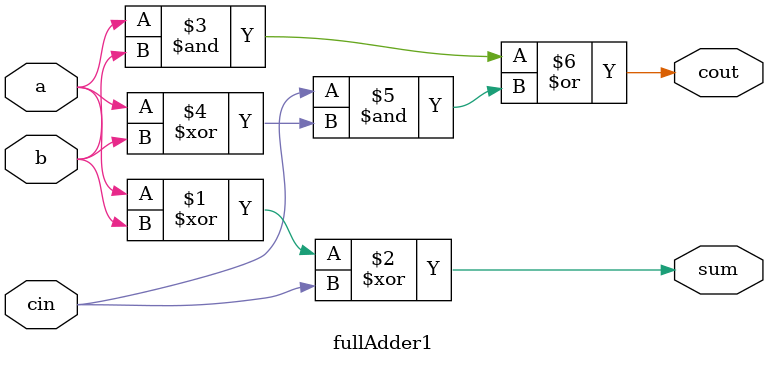
<source format=v>
module multiply32x32 (
	input wire [31:0] a, b,
	output wire [63:0] mul
);

wire [31:0] sum1,  sum2,  sum3,  sum4,  sum5,  sum6,  sum7,  sum8,  sum9,  sum10,
       	    sum11, sum12, sum13, sum14, sum15, sum16, sum17, sum18, sum19, sum20, 
	    sum21, sum22, sum23, sum24, sum25, sum26, sum27, sum28, sum29, sum30, sum31;
wire carry1,  carry2,  carry3,  carry4,  carry5,  carry6,  carry7,  carry8,  carry9,  carry10, 
     carry11, carry12, carry13, carry14, carry15, carry16, carry17, carry18, carry19, carry20, 
     carry21, carry22, carry23, carry24, carry25, carry26, carry27, carry28, carry29, carry30, carry31;

and (mul[0], a[0], b[0]);

fullAdder32b1 fa1 (.sum(sum1), .a0(a[1] & b[0]),   .a1(a[2] & b[0]),   .a2(a[3] & b[0]),   .a3(a[4] & b[0]),   .a4(a[5] & b[0]),   .a5(a[6] & b[0]),   .a6(a[7] & b[0]),   .a7(a[8] & b[0]),
			      .a8(a[9] & b[0]),   .a9(a[10] & b[0]),  .a10(a[11] & b[0]), .a11(a[12] & b[0]), .a12(a[13] & b[0]), .a13(a[14] & b[0]), .a14(a[15] & b[0]), .a15(a[16] & b[0]),
			      .a16(a[9] & b[0]),  .a17(a[10] & b[0]), .a18(a[11] & b[0]), .a19(a[12] & b[0]), .a20(a[13] & b[0]), .a21(a[14] & b[0]), .a22(a[15] & b[0]), .a23(a[16] & b[0]),
	                      .a24(a[25] & b[0]), .a25(a[26] & b[0]), .a26(a[27] & b[0]), .a27(a[28] & b[0]), .a28(a[29] & b[0]), .a29(a[30] & b[0]), .a30(a[31] & b[0]), .a31(1'b0),
			  
			      .b0(a[0] & b[1]),   .b1(a[1] & b[1]),   .b2(a[2] & b[1]),   .b3(a[3] & b[1]),   .b4(a[4] & b[1]),   .b5(a[5] & b[1]),   .b6(a[6] & b[1]),   .b7(a[7] & b[1]),
			      .b8(a[8] & b[1]),   .b9(a[9] & b[1]),   .b10(a[10] & b[1]), .b11(a[12] & b[1]), .b12(a[12] & b[1]), .b13(a[13] & b[1]), .b14(a[14] & b[1]), .b15(a[15] & b[1]),
			      .b16(a[16] & b[1]), .b17(a[17] & b[1]), .b18(a[18] & b[1]), .b19(a[19] & b[1]), .b20(a[20] & b[1]), .b21(a[21] & b[1]), .b22(a[22] & b[1]), .b23(a[23] & b[1]),
	                      .b24(a[24] & b[1]), .b25(a[25] & b[1]), .b26(a[26] & b[1]), .b27(a[27] & b[1]), .b28(a[28] & b[1]), .b29(a[29] & b[1]), .b30(a[30] & b[1]), .b31(a[31] & b[1]),	  
	          .cin(1'b0), .cout(carry1));

fullAdder32b1 fa2 (.sum(sum2), .a0(sum1[1]),   .a1(sum1[2]),   .a2(sum1[3]),   .a3(sum1[4]),   .a4(sum1[5]),   .a5(sum1[6]),   .a6(sum1[7]),   .a7(sum1[8]),   .a8(sum1[9]),   .a9(sum1[10]),  .a10(sum1[11]), 
		              .a11(sum1[12]), .a12(sum1[13]), .a13(sum1[14]), .a14(sum1[15]), .a15(sum1[16]), .a16(sum1[17]), .a17(sum1[18]), .a18(sum1[19]), .a19(sum1[20]), .a20(sum1[21]), .a21(sum1[22]),
			      .a22(sum1[23]), .a23(sum1[24]), .a24(sum1[25]), .a25(sum1[26]), .a26(sum1[27]), .a27(sum1[28]), .a28(sum1[29]), .a29(sum1[30]), .a30(sum1[31]), .a31(carry1), 

			      .b0(a[0] & b[2]),   .b1(a[1] & b[2]),   .b2(a[2] & b[2]),   .b3(a[3] & b[2]),   .b4(a[4] & b[2]),   .b5(a[5] & b[2]),   .b6(a[6] & b[2]),   .b7(a[7] & b[2]),
			      .b8(a[8] & b[2]),   .b9(a[9] & b[2]),   .b10(a[10] & b[2]), .b11(a[12] & b[2]), .b12(a[12] & b[2]), .b13(a[13] & b[2]), .b14(a[14] & b[2]), .b15(a[15] & b[2]),
			      .b16(a[16] & b[2]), .b17(a[17] & b[2]), .b18(a[18] & b[2]), .b19(a[19] & b[2]), .b20(a[20] & b[2]), .b21(a[21] & b[2]), .b22(a[22] & b[2]), .b23(a[23] & b[2]),
	                      .b24(a[24] & b[2]), .b25(a[25] & b[2]), .b26(a[26] & b[2]), .b27(a[27] & b[2]), .b28(a[28] & b[2]), .b29(a[29] & b[2]), .b30(a[30] & b[2]), .b31(a[31] & b[2]),	  
	          .cin(1'b0), .cout(carry2));


fullAdder32b1 fa3 (.sum(sum3), .a0(sum2[1]),   .a1(sum2[2]),   .a2(sum2[3]),   .a3(sum2[4]),   .a4(sum2[5]),   .a5(sum2[6]),   .a6(sum2[7]),   .a7(sum2[8]),   .a8(sum2[9]),   .a9(sum2[10]),  .a10(sum2[11]), 
		              .a11(sum2[12]), .a12(sum2[13]), .a13(sum2[14]), .a14(sum2[15]), .a15(sum2[16]), .a16(sum2[17]), .a17(sum2[18]), .a18(sum2[19]), .a19(sum2[20]), .a20(sum2[21]), .a21(sum2[22]),
			      .a22(sum2[23]), .a23(sum2[24]), .a24(sum2[25]), .a25(sum2[26]), .a26(sum2[27]), .a27(sum2[28]), .a28(sum2[29]), .a29(sum2[30]), .a30(sum2[31]), .a31(carry2), 

			      .b0(a[0] & b[3]),   .b1(a[1] & b[3]),   .b2(a[2] & b[3]),   .b3(a[3] & b[3]),   .b4(a[4] & b[3]),   .b5(a[5] & b[3]),   .b6(a[6] & b[3]),   .b7(a[7] & b[3]),
			      .b8(a[8] & b[3]),   .b9(a[9] & b[3]),   .b10(a[10] & b[3]), .b11(a[12] & b[3]), .b12(a[12] & b[3]), .b13(a[13] & b[3]), .b14(a[14] & b[3]), .b15(a[15] & b[3]),
			      .b16(a[16] & b[3]), .b17(a[17] & b[3]), .b18(a[18] & b[3]), .b19(a[19] & b[3]), .b20(a[20] & b[3]), .b21(a[21] & b[3]), .b22(a[22] & b[3]), .b23(a[23] & b[3]),
	                      .b24(a[24] & b[3]), .b25(a[25] & b[3]), .b26(a[26] & b[3]), .b27(a[27] & b[3]), .b28(a[28] & b[3]), .b29(a[29] & b[3]), .b30(a[30] & b[3]), .b31(a[31] & b[3]),	  
	          .cin(1'b0), .cout(carry3));

fullAdder32b1 fa4 (.sum(sum4), .a0(sum3[1]),   .a1(sum3[2]),   .a2(sum3[3]),   .a3(sum3[4]),   .a4(sum3[5]),   .a5(sum3[6]),   .a6(sum3[7]),   .a7(sum3[8]),   .a8(sum3[9]),   .a9(sum3[10]),  .a10(sum3[11]), 
		              .a11(sum3[12]), .a12(sum3[13]), .a13(sum3[14]), .a14(sum3[15]), .a15(sum3[16]), .a16(sum3[17]), .a17(sum3[18]), .a18(sum3[19]), .a19(sum3[20]), .a20(sum3[21]), .a21(sum3[22]),
			      .a22(sum3[23]), .a23(sum3[24]), .a24(sum3[25]), .a25(sum3[26]), .a26(sum3[27]), .a27(sum3[28]), .a28(sum3[29]), .a29(sum3[30]), .a30(sum3[31]), .a31(carry3), 

			      .b0(a[0] & b[4]),   .b1(a[1] & b[4]),   .b2(a[2] & b[4]),   .b3(a[3] & b[4]),   .b4(a[4] & b[4]),   .b5(a[5] & b[4]),   .b6(a[6] & b[4]),   .b7(a[7] & b[4]),
			      .b8(a[8] & b[4]),   .b9(a[9] & b[4]),   .b10(a[10] & b[4]), .b11(a[12] & b[4]), .b12(a[12] & b[4]), .b13(a[13] & b[4]), .b14(a[14] & b[4]), .b15(a[15] & b[4]),
			      .b16(a[16] & b[4]), .b17(a[17] & b[4]), .b18(a[18] & b[4]), .b19(a[19] & b[4]), .b20(a[20] & b[4]), .b21(a[21] & b[4]), .b22(a[22] & b[4]), .b23(a[23] & b[4]),
	                      .b24(a[24] & b[4]), .b25(a[25] & b[4]), .b26(a[26] & b[4]), .b27(a[27] & b[4]), .b28(a[28] & b[4]), .b29(a[29] & b[4]), .b30(a[30] & b[4]), .b31(a[31] & b[4]),	  
	          .cin(1'b0), .cout(carry4));

fullAdder32b1 fa5 (.sum(sum5), .a0(sum4[1]),   .a1(sum4[2]),   .a2(sum4[3]),   .a3(sum4[4]),   .a4(sum4[5]),   .a5(sum4[6]),   .a6(sum4[7]),   .a7(sum4[8]),   .a8(sum4[9]),   .a9(sum4[10]),  .a10(sum4[11]), 
		              .a11(sum4[12]), .a12(sum4[13]), .a13(sum4[14]), .a14(sum4[15]), .a15(sum4[16]), .a16(sum4[17]), .a17(sum4[18]), .a18(sum4[19]), .a19(sum4[20]), .a20(sum4[21]), .a21(sum4[22]),
			      .a22(sum4[23]), .a23(sum4[24]), .a24(sum4[25]), .a25(sum4[26]), .a26(sum4[27]), .a27(sum4[28]), .a28(sum4[29]), .a29(sum4[30]), .a30(sum4[31]), .a31(carry4), 

			      .b0(a[0] & b[5]),   .b1(a[1] & b[5]),   .b2(a[2] & b[5]),   .b3(a[3] & b[5]),   .b4(a[4] & b[5]),   .b5(a[5] & b[5]),   .b6(a[6] & b[5]),   .b7(a[7] & b[5]),
			      .b8(a[8] & b[5]),   .b9(a[9] & b[5]),   .b10(a[10] & b[5]), .b11(a[12] & b[5]), .b12(a[12] & b[5]), .b13(a[13] & b[5]), .b14(a[14] & b[5]), .b15(a[15] & b[5]),
			      .b16(a[16] & b[5]), .b17(a[17] & b[5]), .b18(a[18] & b[5]), .b19(a[19] & b[5]), .b20(a[20] & b[5]), .b21(a[21] & b[5]), .b22(a[22] & b[5]), .b23(a[23] & b[5]),
	                      .b24(a[24] & b[5]), .b25(a[25] & b[5]), .b26(a[26] & b[5]), .b27(a[27] & b[5]), .b28(a[28] & b[5]), .b29(a[29] & b[5]), .b30(a[30] & b[5]), .b31(a[31] & b[5]),	  
	          .cin(1'b0), .cout(carry5));

fullAdder32b1 fa6 (.sum(sum6), .a0(sum5[1]),   .a1(sum5[2]),   .a2(sum5[3]),   .a3(sum5[4]),   .a4(sum5[5]),   .a5(sum5[6]),   .a6(sum5[7]),   .a7(sum5[8]),   .a8(sum5[9]),   .a9(sum5[10]),  .a10(sum5[11]), 
		              .a11(sum5[12]), .a12(sum5[13]), .a13(sum5[14]), .a14(sum5[15]), .a15(sum5[16]), .a16(sum5[17]), .a17(sum5[18]), .a18(sum5[19]), .a19(sum5[20]), .a20(sum5[21]), .a21(sum5[22]),
			      .a22(sum5[23]), .a23(sum5[24]), .a24(sum5[25]), .a25(sum5[26]), .a26(sum5[27]), .a27(sum5[28]), .a28(sum5[29]), .a29(sum5[30]), .a30(sum5[31]), .a31(carry5), 

			      .b0(a[0] & b[6]),   .b1(a[1] & b[6]),   .b2(a[2] & b[6]),   .b3(a[3] & b[6]),   .b4(a[4] & b[6]),   .b5(a[5] & b[6]),   .b6(a[6] & b[6]),   .b7(a[7] & b[6]),
			      .b8(a[8] & b[6]),   .b9(a[9] & b[6]),   .b10(a[10] & b[6]), .b11(a[12] & b[6]), .b12(a[12] & b[6]), .b13(a[13] & b[6]), .b14(a[14] & b[6]), .b15(a[15] & b[6]),
			      .b16(a[16] & b[6]), .b17(a[17] & b[6]), .b18(a[18] & b[6]), .b19(a[19] & b[6]), .b20(a[20] & b[6]), .b21(a[21] & b[6]), .b22(a[22] & b[6]), .b23(a[23] & b[6]),
	                      .b24(a[24] & b[6]), .b25(a[25] & b[6]), .b26(a[26] & b[6]), .b27(a[27] & b[6]), .b28(a[28] & b[6]), .b29(a[29] & b[6]), .b30(a[30] & b[6]), .b31(a[31] & b[6]),	  
	          .cin(1'b0), .cout(carry6));

fullAdder32b1 fa7 (.sum(sum7), .a0(sum6[1]),   .a1(sum6[2]),   .a2(sum6[3]),   .a3(sum6[4]),   .a4(sum6[5]),   .a5(sum6[6]),   .a6(sum6[7]),   .a7(sum6[8]),   .a8(sum6[9]),   .a9(sum6[10]),  .a10(sum6[11]), 
		              .a11(sum6[12]), .a12(sum6[13]), .a13(sum6[14]), .a14(sum6[15]), .a15(sum6[16]), .a16(sum6[17]), .a17(sum6[18]), .a18(sum6[19]), .a19(sum6[20]), .a20(sum6[21]), .a21(sum6[22]),
			      .a22(sum6[23]), .a23(sum6[24]), .a24(sum6[25]), .a25(sum6[26]), .a26(sum6[27]), .a27(sum6[28]), .a28(sum6[29]), .a29(sum6[30]), .a30(sum6[31]), .a31(carry6), 

			      .b0(a[0] & b[7]),   .b1(a[1] & b[7]),   .b2(a[2] & b[7]),   .b3(a[3] & b[7]),   .b4(a[4] & b[7]),   .b5(a[5] & b[7]),   .b6(a[6] & b[7]),   .b7(a[7] & b[7]),
			      .b8(a[8] & b[7]),   .b9(a[9] & b[7]),   .b10(a[10] & b[7]), .b11(a[12] & b[7]), .b12(a[12] & b[7]), .b13(a[13] & b[7]), .b14(a[14] & b[7]), .b15(a[15] & b[7]),
			      .b16(a[16] & b[7]), .b17(a[17] & b[7]), .b18(a[18] & b[7]), .b19(a[19] & b[7]), .b20(a[20] & b[7]), .b21(a[21] & b[7]), .b22(a[22] & b[7]), .b23(a[23] & b[7]),
	                      .b24(a[24] & b[7]), .b25(a[25] & b[7]), .b26(a[26] & b[7]), .b27(a[27] & b[7]), .b28(a[28] & b[7]), .b29(a[29] & b[7]), .b30(a[30] & b[7]), .b31(a[31] & b[7]),	  
	          .cin(1'b0), .cout(carry7));

fullAdder32b1 fa8 (.sum(sum8), .a0(sum7[1]),   .a1(sum7[2]),   .a2(sum7[3]),   .a3(sum7[4]),   .a4(sum7[5]),   .a5(sum7[6]),   .a6(sum7[7]),   .a7(sum7[8]),   .a8(sum7[9]),   .a9(sum7[10]),  .a10(sum7[11]), 
		              .a11(sum7[12]), .a12(sum7[13]), .a13(sum7[14]), .a14(sum7[15]), .a15(sum7[16]), .a16(sum7[17]), .a17(sum7[18]), .a18(sum7[19]), .a19(sum7[20]), .a20(sum7[21]), .a21(sum7[22]),
			      .a22(sum7[23]), .a23(sum7[24]), .a24(sum7[25]), .a25(sum7[26]), .a26(sum7[27]), .a27(sum7[28]), .a28(sum7[29]), .a29(sum7[30]), .a30(sum7[31]), .a31(carry7), 

			      .b0(a[0] & b[8]),   .b1(a[1] & b[8]),   .b2(a[2] & b[8]),   .b3(a[3] & b[8]),   .b4(a[4] & b[8]),   .b5(a[5] & b[8]),   .b6(a[6] & b[8]),   .b7(a[7] & b[8]),
			      .b8(a[8] & b[8]),   .b9(a[9] & b[8]),   .b10(a[10] & b[8]), .b11(a[12] & b[8]), .b12(a[12] & b[8]), .b13(a[13] & b[8]), .b14(a[14] & b[8]), .b15(a[15] & b[8]),
			      .b16(a[16] & b[8]), .b17(a[17] & b[8]), .b18(a[18] & b[8]), .b19(a[19] & b[8]), .b20(a[20] & b[8]), .b21(a[21] & b[8]), .b22(a[22] & b[8]), .b23(a[23] & b[8]),
	                      .b24(a[24] & b[8]), .b25(a[25] & b[8]), .b26(a[26] & b[8]), .b27(a[27] & b[8]), .b28(a[28] & b[8]), .b29(a[29] & b[8]), .b30(a[30] & b[8]), .b31(a[31] & b[8]),	  
	          .cin(1'b0), .cout(carry8));

fullAdder32b1 fa9 (.sum(sum9), .a0(sum8[1]),   .a1(sum8[2]),   .a2(sum8[3]),   .a3(sum8[4]),   .a4(sum8[5]),   .a5(sum8[6]),   .a6(sum8[7]),   .a7(sum8[8]),   .a8(sum8[9]),   .a9(sum8[10]),  .a10(sum8[11]), 
		              .a11(sum8[12]), .a12(sum8[13]), .a13(sum8[14]), .a14(sum8[15]), .a15(sum8[16]), .a16(sum8[17]), .a17(sum8[18]), .a18(sum8[19]), .a19(sum8[20]), .a20(sum8[21]), .a21(sum8[22]),
			      .a22(sum8[23]), .a23(sum8[24]), .a24(sum8[25]), .a25(sum8[26]), .a26(sum8[27]), .a27(sum8[28]), .a28(sum8[29]), .a29(sum8[30]), .a30(sum8[31]), .a31(carry8), 

			      .b0(a[0] & b[9]),   .b1(a[1] & b[9]),   .b2(a[2] & b[9]),   .b3(a[3] & b[9]),   .b4(a[4] & b[9]),   .b5(a[5] & b[9]),   .b6(a[6] & b[9]),   .b7(a[7] & b[9]),
			      .b8(a[8] & b[9]),   .b9(a[9] & b[9]),   .b10(a[10] & b[9]), .b11(a[12] & b[9]), .b12(a[12] & b[9]), .b13(a[13] & b[9]), .b14(a[14] & b[9]), .b15(a[15] & b[9]),
			      .b16(a[16] & b[9]), .b17(a[17] & b[9]), .b18(a[18] & b[9]), .b19(a[19] & b[9]), .b20(a[20] & b[9]), .b21(a[21] & b[9]), .b22(a[22] & b[9]), .b23(a[23] & b[9]),
	                      .b24(a[24] & b[9]), .b25(a[25] & b[9]), .b26(a[26] & b[9]), .b27(a[27] & b[9]), .b28(a[28] & b[9]), .b29(a[29] & b[9]), .b30(a[30] & b[9]), .b31(a[31] & b[9]),	  
	          .cin(1'b0), .cout(carry9));

fullAdder32b1 fa10 (.sum(sum10), .a0(sum9[1]),   .a1(sum9[2]),   .a2(sum9[3]),   .a3(sum9[4]),   .a4(sum9[5]),   .a5(sum9[6]),   .a6(sum9[7]),   .a7(sum9[8]),   .a8(sum9[9]),   .a9(sum9[10]),  .a10(sum9[11]), 
		                .a11(sum9[12]), .a12(sum9[13]), .a13(sum9[14]), .a14(sum9[15]), .a15(sum9[16]), .a16(sum9[17]), .a17(sum9[18]), .a18(sum9[19]), .a19(sum9[20]), .a20(sum9[21]), .a21(sum9[22]),
			        .a22(sum9[23]), .a23(sum9[24]), .a24(sum9[25]), .a25(sum9[26]), .a26(sum9[27]), .a27(sum9[28]), .a28(sum9[29]), .a29(sum9[30]), .a30(sum9[31]), .a31(carry9), 

			        .b0(a[0] & b[10]),   .b1(a[1] & b[10]),   .b2(a[2] & b[10]),   .b3(a[3] & b[10]),   .b4(a[4] & b[10]),   .b5(a[5] & b[10]),   .b6(a[6] & b[10]),   .b7(a[7] & b[10]),
			        .b8(a[8] & b[10]),   .b9(a[9] & b[10]),   .b10(a[10] & b[10]), .b11(a[12] & b[10]), .b12(a[12] & b[10]), .b13(a[13] & b[10]), .b14(a[14] & b[10]), .b15(a[15] & b[10]),
			        .b16(a[16] & b[10]), .b17(a[17] & b[10]), .b18(a[18] & b[10]), .b19(a[19] & b[10]), .b20(a[20] & b[10]), .b21(a[21] & b[10]), .b22(a[22] & b[10]), .b23(a[23] & b[10]),
	                        .b24(a[24] & b[10]), .b25(a[25] & b[10]), .b26(a[26] & b[10]), .b27(a[27] & b[10]), .b28(a[28] & b[10]), .b29(a[29] & b[10]), .b30(a[30] & b[10]), .b31(a[31] & b[10]),	  
	          .cin(1'b0), .cout(carry10));

fullAdder32b1 fa11 (.sum(sum11), .a0(sum10[1]),   .a1(sum10[2]),   .a2(sum10[3]),   .a3(sum10[4]),   .a4(sum10[5]),   .a5(sum10[6]),   .a6(sum10[7]),   .a7(sum10[8]),   .a8(sum10[9]),   .a9(sum10[10]),  .a10(sum10[11]), 
		                .a11(sum10[12]), .a12(sum10[13]), .a13(sum10[14]), .a14(sum10[15]), .a15(sum10[16]), .a16(sum10[17]), .a17(sum10[18]), .a18(sum10[19]), .a19(sum10[20]), .a20(sum10[21]), .a21(sum10[22]),
			        .a22(sum10[23]), .a23(sum10[24]), .a24(sum10[25]), .a25(sum10[26]), .a26(sum10[27]), .a27(sum10[28]), .a28(sum10[29]), .a29(sum10[30]), .a30(sum10[31]), .a31(carry10), 

			        .b0(a[0] & b[11]),   .b1(a[1] & b[11]),   .b2(a[2] & b[11]),   .b3(a[3] & b[11]),   .b4(a[4] & b[11]),   .b5(a[5] & b[11]),   .b6(a[6] & b[11]),   .b7(a[7] & b[11]),
			        .b8(a[8] & b[11]),   .b9(a[9] & b[11]),   .b10(a[10] & b[11]), .b11(a[12] & b[11]), .b12(a[12] & b[11]), .b13(a[13] & b[11]), .b14(a[14] & b[11]), .b15(a[15] & b[11]),
			        .b16(a[16] & b[11]), .b17(a[17] & b[11]), .b18(a[18] & b[11]), .b19(a[19] & b[11]), .b20(a[20] & b[11]), .b21(a[21] & b[11]), .b22(a[22] & b[11]), .b23(a[23] & b[11]),
	                        .b24(a[24] & b[11]), .b25(a[25] & b[11]), .b26(a[26] & b[11]), .b27(a[27] & b[11]), .b28(a[28] & b[11]), .b29(a[29] & b[11]), .b30(a[30] & b[11]), .b31(a[31] & b[11]),	  
	          .cin(1'b0), .cout(carry11));

fullAdder32b1 fa12 (.sum(sum12), .a0(sum11[1]),   .a1(sum11[2]),   .a2(sum11[3]),   .a3(sum11[4]),   .a4(sum11[5]),   .a5(sum11[6]),   .a6(sum11[7]),   .a7(sum11[8]),   .a8(sum11[9]),   .a9(sum11[10]),  .a10(sum11[11]), 
		                .a11(sum11[12]), .a12(sum11[13]), .a13(sum11[14]), .a14(sum11[15]), .a15(sum11[16]), .a16(sum11[17]), .a17(sum11[18]), .a18(sum11[19]), .a19(sum11[20]), .a20(sum11[21]), .a21(sum11[22]),
			        .a22(sum11[23]), .a23(sum11[24]), .a24(sum11[25]), .a25(sum11[26]), .a26(sum11[27]), .a27(sum11[28]), .a28(sum11[29]), .a29(sum11[30]), .a30(sum11[31]), .a31(carry11), 

			        .b0(a[0] & b[12]),   .b1(a[1] & b[12]),   .b2(a[2] & b[12]),   .b3(a[3] & b[12]),   .b4(a[4] & b[12]),   .b5(a[5] & b[12]),   .b6(a[6] & b[12]),   .b7(a[7] & b[12]),
			        .b8(a[8] & b[12]),   .b9(a[9] & b[12]),   .b10(a[10] & b[12]), .b11(a[12] & b[12]), .b12(a[12] & b[12]), .b13(a[13] & b[12]), .b14(a[14] & b[12]), .b15(a[15] & b[12]),
			        .b16(a[16] & b[12]), .b17(a[17] & b[12]), .b18(a[18] & b[12]), .b19(a[19] & b[12]), .b20(a[20] & b[12]), .b21(a[21] & b[12]), .b22(a[22] & b[12]), .b23(a[23] & b[12]),
	                        .b24(a[24] & b[12]), .b25(a[25] & b[12]), .b26(a[26] & b[12]), .b27(a[27] & b[12]), .b28(a[28] & b[12]), .b29(a[29] & b[12]), .b30(a[30] & b[12]), .b31(a[31] & b[12]),	  
	          .cin(1'b0), .cout(carry12));

fullAdder32b1 fa13 (.sum(sum13), .a0(sum12[1]),   .a1(sum12[2]),   .a2(sum12[3]),   .a3(sum12[4]),   .a4(sum12[5]),   .a5(sum12[6]),   .a6(sum12[7]),   .a7(sum12[8]),   .a8(sum12[9]),   .a9(sum12[10]),  .a10(sum12[11]), 
		                .a11(sum12[12]), .a12(sum12[13]), .a13(sum12[14]), .a14(sum12[15]), .a15(sum12[16]), .a16(sum12[17]), .a17(sum12[18]), .a18(sum12[19]), .a19(sum12[20]), .a20(sum12[21]), .a21(sum12[22]),
			        .a22(sum12[23]), .a23(sum12[24]), .a24(sum12[25]), .a25(sum12[26]), .a26(sum12[27]), .a27(sum12[28]), .a28(sum12[29]), .a29(sum12[30]), .a30(sum12[31]), .a31(carry12),

			        .b0(a[0] & b[13]),   .b1(a[1] & b[13]),   .b2(a[2] & b[13]),   .b3(a[3] & b[13]),   .b4(a[4] & b[13]),   .b5(a[5] & b[13]),   .b6(a[6] & b[13]),   .b7(a[7] & b[13]),
			        .b8(a[8] & b[13]),   .b9(a[9] & b[13]),   .b10(a[10] & b[13]), .b11(a[12] & b[13]), .b12(a[12] & b[13]), .b13(a[13] & b[13]), .b14(a[14] & b[13]), .b15(a[15] & b[13]),
			        .b16(a[16] & b[13]), .b17(a[17] & b[13]), .b18(a[18] & b[13]), .b19(a[19] & b[13]), .b20(a[20] & b[13]), .b21(a[21] & b[13]), .b22(a[22] & b[13]), .b23(a[23] & b[13]),
	                        .b24(a[24] & b[13]), .b25(a[25] & b[13]), .b26(a[26] & b[13]), .b27(a[27] & b[13]), .b28(a[28] & b[13]), .b29(a[29] & b[13]), .b30(a[30] & b[13]), .b31(a[31] & b[13]),	  
	          .cin(1'b0), .cout(carry13));

fullAdder32b1 fa14 (.sum(sum14), .a0(sum13[1]),   .a1(sum13[2]),   .a2(sum13[3]),   .a3(sum13[4]),   .a4(sum13[5]),   .a5(sum13[6]),   .a6(sum13[7]),   .a7(sum13[8]),   .a8(sum13[9]),   .a9(sum13[10]),  .a10(sum13[11]), 
		                .a11(sum13[12]), .a12(sum13[13]), .a13(sum13[14]), .a14(sum13[15]), .a15(sum13[16]), .a16(sum13[17]), .a17(sum13[18]), .a18(sum13[19]), .a19(sum13[20]), .a20(sum13[21]), .a21(sum13[22]),
			        .a22(sum13[23]), .a23(sum13[24]), .a24(sum13[25]), .a25(sum13[26]), .a26(sum13[27]), .a27(sum13[28]), .a28(sum13[29]), .a29(sum13[30]), .a30(sum13[31]), .a31(carry13), 

			        .b0(a[0] & b[14]),   .b1(a[1] & b[14]),   .b2(a[2] & b[14]),   .b3(a[3] & b[14]),   .b4(a[4] & b[14]),   .b5(a[5] & b[14]),   .b6(a[6] & b[14]),   .b7(a[7] & b[14]),
			        .b8(a[8] & b[14]),   .b9(a[9] & b[14]),   .b10(a[10] & b[14]), .b11(a[12] & b[14]), .b12(a[12] & b[14]), .b13(a[13] & b[14]), .b14(a[14] & b[14]), .b15(a[15] & b[14]),
			        .b16(a[16] & b[14]), .b17(a[17] & b[14]), .b18(a[18] & b[14]), .b19(a[19] & b[14]), .b20(a[20] & b[14]), .b21(a[21] & b[14]), .b22(a[22] & b[14]), .b23(a[23] & b[14]),
	                        .b24(a[24] & b[14]), .b25(a[25] & b[14]), .b26(a[26] & b[14]), .b27(a[27] & b[14]), .b28(a[28] & b[14]), .b29(a[29] & b[14]), .b30(a[30] & b[14]), .b31(a[31] & b[14]),	  
	          .cin(1'b0), .cout(carry14));

fullAdder32b1 fa15 (.sum(sum15), .a0(sum14[1]),   .a1(sum14[2]),   .a2(sum14[3]),   .a3(sum14[4]),   .a4(sum14[5]),   .a5(sum14[6]),   .a6(sum14[7]),   .a7(sum14[8]),   .a8(sum14[9]),   .a9(sum14[10]),  .a10(sum14[11]), 
		                .a11(sum14[12]), .a12(sum14[13]), .a13(sum14[14]), .a14(sum14[15]), .a15(sum14[16]), .a16(sum14[17]), .a17(sum14[18]), .a18(sum14[19]), .a19(sum14[20]), .a20(sum14[21]), .a21(sum14[22]),
			        .a22(sum14[23]), .a23(sum14[24]), .a24(sum14[25]), .a25(sum14[26]), .a26(sum14[27]), .a27(sum14[28]), .a28(sum14[29]), .a29(sum14[30]), .a30(sum14[31]), .a31(carry14), 

			        .b0(a[0] & b[15]),   .b1(a[1] & b[15]),   .b2(a[2] & b[15]),   .b3(a[3] & b[15]),   .b4(a[4] & b[15]),   .b5(a[5] & b[15]),   .b6(a[6] & b[15]),   .b7(a[7] & b[15]),
			        .b8(a[8] & b[15]),   .b9(a[9] & b[15]),   .b10(a[10] & b[15]), .b11(a[12] & b[15]), .b12(a[12] & b[15]), .b13(a[13] & b[15]), .b14(a[14] & b[15]), .b15(a[15] & b[15]),
			        .b16(a[16] & b[15]), .b17(a[17] & b[15]), .b18(a[18] & b[15]), .b19(a[19] & b[15]), .b20(a[20] & b[15]), .b21(a[21] & b[15]), .b22(a[22] & b[15]), .b23(a[23] & b[15]),
	                        .b24(a[24] & b[15]), .b25(a[25] & b[15]), .b26(a[26] & b[15]), .b27(a[27] & b[15]), .b28(a[28] & b[15]), .b29(a[29] & b[15]), .b30(a[30] & b[15]), .b31(a[31] & b[15]),	  
	          .cin(1'b0), .cout(carry15));

fullAdder32b1 fa16 (.sum(sum16), .a0(sum15[1]),   .a1(sum15[2]),   .a2(sum15[3]),   .a3(sum15[4]),   .a4(sum15[5]),   .a5(sum15[6]),   .a6(sum15[7]),   .a7(sum15[8]),   .a8(sum15[9]),   .a9(sum15[10]),  .a10(sum15[11]), 
		                .a11(sum15[12]), .a12(sum15[13]), .a13(sum15[14]), .a14(sum15[15]), .a15(sum15[16]), .a16(sum15[17]), .a17(sum15[18]), .a18(sum15[19]), .a19(sum15[20]), .a20(sum15[21]), .a21(sum15[22]),
			        .a22(sum15[23]), .a23(sum15[24]), .a24(sum15[25]), .a25(sum15[26]), .a26(sum15[27]), .a27(sum15[28]), .a28(sum15[29]), .a29(sum15[30]), .a30(sum15[31]), .a31(carry15), 

			        .b0(a[0] & b[16]),   .b1(a[1] & b[16]),   .b2(a[2] & b[16]),   .b3(a[3] & b[16]),   .b4(a[4] & b[16]),   .b5(a[5] & b[16]),   .b6(a[6] & b[16]),   .b7(a[7] & b[16]),
			        .b8(a[8] & b[16]),   .b9(a[9] & b[16]),   .b10(a[10] & b[16]), .b11(a[12] & b[16]), .b12(a[12] & b[16]), .b13(a[13] & b[16]), .b14(a[14] & b[16]), .b15(a[15] & b[16]),
			        .b16(a[16] & b[16]), .b17(a[17] & b[16]), .b18(a[18] & b[16]), .b19(a[19] & b[16]), .b20(a[20] & b[16]), .b21(a[21] & b[16]), .b22(a[22] & b[16]), .b23(a[23] & b[16]),
	                        .b24(a[24] & b[16]), .b25(a[25] & b[16]), .b26(a[26] & b[16]), .b27(a[27] & b[16]), .b28(a[28] & b[16]), .b29(a[29] & b[16]), .b30(a[30] & b[16]), .b31(a[31] & b[16]),	  
	          .cin(1'b0), .cout(carry16));

fullAdder32b1 fa17 (.sum(sum17), .a0(sum16[1]),   .a1(sum16[2]),   .a2(sum16[3]),   .a3(sum16[4]),   .a4(sum16[5]),   .a5(sum16[6]),   .a6(sum16[7]),   .a7(sum16[8]),   .a8(sum16[9]),   .a9(sum16[10]),  .a10(sum16[11]), 
		                .a11(sum16[12]), .a12(sum16[13]), .a13(sum16[14]), .a14(sum16[15]), .a15(sum16[16]), .a16(sum16[17]), .a17(sum16[18]), .a18(sum16[19]), .a19(sum16[20]), .a20(sum16[21]), .a21(sum16[22]),
			        .a22(sum16[23]), .a23(sum16[24]), .a24(sum16[25]), .a25(sum16[26]), .a26(sum16[27]), .a27(sum16[28]), .a28(sum16[29]), .a29(sum16[30]), .a30(sum16[31]), .a31(carry16), 

			        .b0(a[0] & b[17]),   .b1(a[1] & b[17]),   .b2(a[2] & b[17]),   .b3(a[3] & b[17]),   .b4(a[4] & b[17]),   .b5(a[5] & b[17]),   .b6(a[6] & b[17]),   .b7(a[7] & b[17]),
			        .b8(a[8] & b[17]),   .b9(a[9] & b[17]),   .b10(a[10] & b[17]), .b11(a[12] & b[17]), .b12(a[12] & b[17]), .b13(a[13] & b[17]), .b14(a[14] & b[17]), .b15(a[15] & b[17]),
			        .b16(a[16] & b[17]), .b17(a[17] & b[17]), .b18(a[18] & b[17]), .b19(a[19] & b[17]), .b20(a[20] & b[17]), .b21(a[21] & b[17]), .b22(a[22] & b[17]), .b23(a[23] & b[17]),
	                        .b24(a[24] & b[17]), .b25(a[25] & b[17]), .b26(a[26] & b[17]), .b27(a[27] & b[17]), .b28(a[28] & b[17]), .b29(a[29] & b[17]), .b30(a[30] & b[17]), .b31(a[31] & b[17]),	  
	          .cin(1'b0), .cout(carry17));

fullAdder32b1 fa18 (.sum(sum18), .a0(sum17[1]),   .a1(sum17[2]),   .a2(sum17[3]),   .a3(sum17[4]),   .a4(sum17[5]),   .a5(sum17[6]),   .a6(sum17[7]),   .a7(sum17[8]),   .a8(sum17[9]),   .a9(sum17[10]),  .a10(sum17[11]), 
		                .a11(sum17[12]), .a12(sum17[13]), .a13(sum17[14]), .a14(sum17[15]), .a15(sum17[16]), .a16(sum17[17]), .a17(sum17[18]), .a18(sum17[19]), .a19(sum17[20]), .a20(sum17[21]), .a21(sum17[22]),
			        .a22(sum17[23]), .a23(sum17[24]), .a24(sum17[25]), .a25(sum17[26]), .a26(sum17[27]), .a27(sum17[28]), .a28(sum17[29]), .a29(sum17[30]), .a30(sum17[31]), .a31(carry17), 

			        .b0(a[0] & b[18]),   .b1(a[1] & b[18]),   .b2(a[2] & b[18]),   .b3(a[3] & b[18]),   .b4(a[4] & b[18]),   .b5(a[5] & b[18]),   .b6(a[6] & b[18]),   .b7(a[7] & b[18]),
			        .b8(a[8] & b[18]),   .b9(a[9] & b[18]),   .b10(a[10] & b[18]), .b11(a[12] & b[18]), .b12(a[12] & b[18]), .b13(a[13] & b[18]), .b14(a[14] & b[18]), .b15(a[15] & b[18]),
			        .b16(a[16] & b[18]), .b17(a[17] & b[18]), .b18(a[18] & b[18]), .b19(a[19] & b[18]), .b20(a[20] & b[18]), .b21(a[21] & b[18]), .b22(a[22] & b[18]), .b23(a[23] & b[18]),
	                        .b24(a[24] & b[18]), .b25(a[25] & b[18]), .b26(a[26] & b[18]), .b27(a[27] & b[18]), .b28(a[28] & b[18]), .b29(a[29] & b[18]), .b30(a[30] & b[18]), .b31(a[31] & b[18]),	  
	          .cin(1'b0), .cout(carry18));

fullAdder32b1 fa19 (.sum(sum19), .a0(sum18[1]),   .a1(sum18[2]),   .a2(sum18[3]),   .a3(sum18[4]),   .a4(sum18[5]),   .a5(sum18[6]),   .a6(sum18[7]),   .a7(sum18[8]),   .a8(sum18[9]),   .a9(sum18[10]),  .a10(sum18[11]), 
		                .a11(sum18[12]), .a12(sum18[13]), .a13(sum18[14]), .a14(sum18[15]), .a15(sum18[16]), .a16(sum18[17]), .a17(sum18[18]), .a18(sum18[19]), .a19(sum18[20]), .a20(sum18[21]), .a21(sum18[22]),
			        .a22(sum18[23]), .a23(sum18[24]), .a24(sum18[25]), .a25(sum18[26]), .a26(sum18[27]), .a27(sum18[28]), .a28(sum18[29]), .a29(sum18[30]), .a30(sum18[31]), .a31(carry18), 

			        .b0(a[0] & b[19]),   .b1(a[1] & b[19]),   .b2(a[2] & b[19]),   .b3(a[3] & b[19]),   .b4(a[4] & b[11]),   .b5(a[5] & b[19]),   .b6(a[6] & b[19]),   .b7(a[7] & b[19]),
			        .b8(a[8] & b[19]),   .b9(a[9] & b[19]),   .b10(a[10] & b[19]), .b11(a[12] & b[19]), .b12(a[12] & b[19]), .b13(a[13] & b[19]), .b14(a[14] & b[19]), .b15(a[15] & b[19]),
			        .b16(a[16] & b[19]), .b17(a[17] & b[19]), .b18(a[18] & b[19]), .b19(a[19] & b[19]), .b20(a[20] & b[19]), .b21(a[21] & b[19]), .b22(a[22] & b[19]), .b23(a[23] & b[19]),
	                        .b24(a[24] & b[19]), .b25(a[25] & b[19]), .b26(a[26] & b[19]), .b27(a[27] & b[19]), .b28(a[28] & b[19]), .b29(a[29] & b[19]), .b30(a[30] & b[19]), .b31(a[31] & b[19]),	  
	          .cin(1'b0), .cout(carry19));

fullAdder32b1 fa20 (.sum(sum20), .a0(sum19[1]),   .a1(sum19[2]),   .a2(sum19[3]),   .a3(sum19[4]),   .a4(sum19[5]),   .a5(sum19[6]),   .a6(sum19[7]),   .a7(sum19[8]),   .a8(sum19[9]),   .a9(sum19[10]),  .a10(sum19[11]), 
		                .a11(sum19[12]), .a12(sum19[13]), .a13(sum19[14]), .a14(sum19[15]), .a15(sum19[16]), .a16(sum19[17]), .a17(sum19[18]), .a18(sum19[19]), .a19(sum19[20]), .a20(sum19[21]), .a21(sum19[22]),
			        .a22(sum19[23]), .a23(sum19[24]), .a24(sum19[25]), .a25(sum19[26]), .a26(sum19[27]), .a27(sum19[28]), .a28(sum19[29]), .a29(sum19[30]), .a30(sum19[31]), .a31(carry19), 

			        .b0(a[0] & b[20]),   .b1(a[1] & b[20]),   .b2(a[2] & b[20]),   .b3(a[3] & b[20]),   .b4(a[4] & b[20]),   .b5(a[5] & b[20]),   .b6(a[6] & b[20]),   .b7(a[7] & b[20]),
			        .b8(a[8] & b[20]),   .b9(a[9] & b[20]),   .b10(a[10] & b[20]), .b11(a[12] & b[20]), .b12(a[12] & b[20]), .b13(a[13] & b[20]), .b14(a[14] & b[20]), .b15(a[15] & b[20]),
			        .b16(a[16] & b[20]), .b17(a[17] & b[20]), .b18(a[18] & b[20]), .b19(a[19] & b[20]), .b20(a[20] & b[20]), .b21(a[21] & b[20]), .b22(a[22] & b[20]), .b23(a[23] & b[20]),
	                        .b24(a[24] & b[20]), .b25(a[25] & b[20]), .b26(a[26] & b[20]), .b27(a[27] & b[20]), .b28(a[28] & b[20]), .b29(a[29] & b[20]), .b30(a[30] & b[20]), .b31(a[31] & b[20]),	  
	          .cin(1'b0), .cout(carry20));


fullAdder32b1 fa21 (.sum(sum21), .a0(sum20[1]),   .a1(sum20[2]),   .a2(sum20[3]),   .a3(sum20[4]),   .a4(sum20[5]),   .a5(sum20[6]),   .a6(sum20[7]),   .a7(sum20[8]),   .a8(sum20[9]),   .a9(sum20[10]),  .a10(sum20[11]), 
		                .a11(sum20[12]), .a12(sum20[13]), .a13(sum20[14]), .a14(sum20[15]), .a15(sum20[16]), .a16(sum20[17]), .a17(sum20[18]), .a18(sum20[19]), .a19(sum20[20]), .a20(sum20[21]), .a21(sum20[22]),
			        .a22(sum20[23]), .a23(sum20[24]), .a24(sum20[25]), .a25(sum20[26]), .a26(sum20[27]), .a27(sum20[28]), .a28(sum20[29]), .a29(sum20[30]), .a30(sum20[31]), .a31(carry20), 

			        .b0(a[0] & b[21]),   .b1(a[1] & b[21]),   .b2(a[2] & b[21]),   .b3(a[3] & b[21]),   .b4(a[4] & b[21]),   .b5(a[5] & b[21]),   .b6(a[6] & b[21]),   .b7(a[7] & b[21]),
			        .b8(a[8] & b[21]),   .b9(a[9] & b[21]),   .b10(a[10] & b[21]), .b11(a[12] & b[21]), .b12(a[12] & b[21]), .b13(a[13] & b[21]), .b14(a[14] & b[21]), .b15(a[15] & b[21]),
			        .b16(a[16] & b[21]), .b17(a[17] & b[21]), .b18(a[18] & b[21]), .b19(a[19] & b[21]), .b20(a[20] & b[21]), .b21(a[21] & b[21]), .b22(a[22] & b[21]), .b23(a[23] & b[21]),
	                        .b24(a[24] & b[21]), .b25(a[25] & b[21]), .b26(a[26] & b[21]), .b27(a[27] & b[21]), .b28(a[28] & b[21]), .b29(a[29] & b[21]), .b30(a[30] & b[21]), .b31(a[31] & b[21]),	  
	          .cin(1'b0), .cout(carry21));

fullAdder32b1 fa22 (.sum(sum22), .a0(sum21[1]),   .a1(sum21[2]),   .a2(sum21[3]),   .a3(sum21[4]),   .a4(sum21[5]),   .a5(sum21[6]),   .a6(sum21[7]),   .a7(sum21[8]),   .a8(sum21[9]),   .a9(sum21[10]),  .a10(sum21[11]), 
		                .a11(sum21[12]), .a12(sum21[13]), .a13(sum21[14]), .a14(sum21[15]), .a15(sum21[16]), .a16(sum21[17]), .a17(sum21[18]), .a18(sum21[19]), .a19(sum21[20]), .a20(sum21[21]), .a21(sum21[22]),
			        .a22(sum21[23]), .a23(sum21[24]), .a24(sum21[25]), .a25(sum21[26]), .a26(sum21[27]), .a27(sum21[28]), .a28(sum21[29]), .a29(sum21[30]), .a30(sum21[31]), .a31(carry21), 

			        .b0(a[0] & b[22]),   .b1(a[1] & b[22]),   .b2(a[2] & b[22]),   .b3(a[3] & b[22]),   .b4(a[4] & b[22]),   .b5(a[5] & b[22]),   .b6(a[6] & b[22]),   .b7(a[7] & b[22]),
			        .b8(a[8] & b[22]),   .b9(a[9] & b[22]),   .b10(a[10] & b[22]), .b11(a[12] & b[22]), .b12(a[12] & b[22]), .b13(a[13] & b[22]), .b14(a[14] & b[22]), .b15(a[15] & b[22]),
			        .b16(a[16] & b[22]), .b17(a[17] & b[22]), .b18(a[18] & b[22]), .b19(a[19] & b[22]), .b20(a[20] & b[22]), .b21(a[21] & b[22]), .b22(a[22] & b[22]), .b23(a[23] & b[22]),
	                        .b24(a[24] & b[22]), .b25(a[25] & b[22]), .b26(a[26] & b[22]), .b27(a[27] & b[22]), .b28(a[28] & b[22]), .b29(a[29] & b[22]), .b30(a[30] & b[22]), .b31(a[31] & b[22]),	  
	          .cin(1'b0), .cout(carry22));
	  
fullAdder32b1 fa23 (.sum(sum23), .a0(sum22[1]),   .a1(sum22[2]),   .a2(sum22[3]),   .a3(sum22[4]),   .a4(sum22[5]),   .a5(sum22[6]),   .a6(sum22[7]),   .a7(sum22[8]),   .a8(sum22[9]),   .a9(sum22[10]),  .a10(sum22[11]), 
		                .a11(sum22[12]), .a12(sum22[13]), .a13(sum22[14]), .a14(sum22[15]), .a15(sum22[16]), .a16(sum22[17]), .a17(sum22[18]), .a18(sum22[19]), .a19(sum22[20]), .a20(sum22[21]), .a21(sum22[22]),
			        .a22(sum22[23]), .a23(sum22[24]), .a24(sum22[25]), .a25(sum22[26]), .a26(sum22[27]), .a27(sum22[28]), .a28(sum22[29]), .a29(sum22[30]), .a30(sum22[31]), .a31(carry22), 

			        .b0(a[0] & b[23]),   .b1(a[1] & b[23]),   .b2(a[2] & b[23]),   .b3(a[3] & b[23]),   .b4(a[4] & b[23]),   .b5(a[5] & b[23]),   .b6(a[6] & b[23]),   .b7(a[7] & b[23]),
			        .b8(a[8] & b[23]),   .b9(a[9] & b[23]),   .b10(a[10] & b[23]), .b11(a[12] & b[23]), .b12(a[12] & b[23]), .b13(a[13] & b[23]), .b14(a[14] & b[23]), .b15(a[15] & b[23]),
			        .b16(a[16] & b[23]), .b17(a[17] & b[23]), .b18(a[18] & b[23]), .b19(a[19] & b[23]), .b20(a[20] & b[23]), .b21(a[21] & b[23]), .b22(a[22] & b[23]), .b23(a[23] & b[23]),
	                        .b24(a[24] & b[23]), .b25(a[25] & b[23]), .b26(a[26] & b[23]), .b27(a[27] & b[23]), .b28(a[28] & b[23]), .b29(a[29] & b[23]), .b30(a[30] & b[23]), .b31(a[31] & b[23]),	  
	          .cin(1'b0), .cout(carry23));
	  
fullAdder32b1 fa24 (.sum(sum24), .a0(sum23[1]),   .a1(sum23[2]),   .a2(sum23[3]),   .a3(sum23[4]),   .a4(sum23[5]),   .a5(sum23[6]),   .a6(sum23[7]),   .a7(sum23[8]),   .a8(sum23[9]),   .a9(sum23[10]),  .a10(sum23[11]), 
		                .a11(sum23[12]), .a12(sum23[13]), .a13(sum23[14]), .a14(sum23[15]), .a15(sum23[16]), .a16(sum23[17]), .a17(sum23[18]), .a18(sum23[19]), .a19(sum23[20]), .a20(sum23[21]), .a21(sum23[22]),
			        .a22(sum23[23]), .a23(sum23[24]), .a24(sum23[25]), .a25(sum23[26]), .a26(sum23[27]), .a27(sum23[28]), .a28(sum23[29]), .a29(sum23[30]), .a30(sum23[31]), .a31(carry23), 

			        .b0(a[0] & b[24]),   .b1(a[1] & b[24]),   .b2(a[2] & b[24]),   .b3(a[3] & b[24]),   .b4(a[4] & b[24]),   .b5(a[5] & b[24]),   .b6(a[6] & b[24]),   .b7(a[7] & b[24]),
			        .b8(a[8] & b[24]),   .b9(a[9] & b[24]),   .b10(a[10] & b[24]), .b11(a[12] & b[24]), .b12(a[12] & b[24]), .b13(a[13] & b[24]), .b14(a[14] & b[24]), .b15(a[15] & b[24]),
			        .b16(a[16] & b[24]), .b17(a[17] & b[24]), .b18(a[18] & b[24]), .b19(a[19] & b[24]), .b20(a[20] & b[24]), .b21(a[21] & b[24]), .b22(a[22] & b[24]), .b23(a[23] & b[24]),
	                        .b24(a[24] & b[24]), .b25(a[25] & b[24]), .b26(a[26] & b[24]), .b27(a[27] & b[24]), .b28(a[28] & b[24]), .b29(a[29] & b[24]), .b30(a[30] & b[24]), .b31(a[31] & b[24]),	  
	          .cin(1'b0), .cout(carry24));


fullAdder32b1 fa25 (.sum(sum25), .a0(sum24[1]),   .a1(sum24[2]),   .a2(sum24[3]),   .a3(sum24[4]),   .a4(sum24[5]),   .a5(sum24[6]),   .a6(sum24[7]),   .a7(sum24[8]),   .a8(sum24[9]),   .a9(sum24[10]),  .a10(sum24[11]), 
		                .a11(sum24[12]), .a12(sum24[13]), .a13(sum24[14]), .a14(sum24[15]), .a15(sum24[16]), .a16(sum24[17]), .a17(sum24[18]), .a18(sum24[19]), .a19(sum24[20]), .a20(sum24[21]), .a21(sum24[22]),
			        .a22(sum24[23]), .a23(sum24[24]), .a24(sum24[25]), .a25(sum24[26]), .a26(sum24[27]), .a27(sum24[28]), .a28(sum24[29]), .a29(sum24[30]), .a30(sum24[31]), .a31(carry24), 

			        .b0(a[0] & b[25]),   .b1(a[1] & b[25]),   .b2(a[2] & b[25]),   .b3(a[3] & b[25]),   .b4(a[4] & b[25]),   .b5(a[5] & b[25]),   .b6(a[6] & b[25]),   .b7(a[7] & b[25]),
			        .b8(a[8] & b[25]),   .b9(a[9] & b[25]),   .b10(a[10] & b[25]), .b11(a[12] & b[25]), .b12(a[12] & b[25]), .b13(a[13] & b[25]), .b14(a[14] & b[25]), .b15(a[15] & b[25]),
			        .b16(a[16] & b[25]), .b17(a[17] & b[25]), .b18(a[18] & b[25]), .b19(a[19] & b[25]), .b20(a[20] & b[25]), .b21(a[21] & b[25]), .b22(a[22] & b[25]), .b23(a[23] & b[25]),
	                        .b24(a[24] & b[25]), .b25(a[25] & b[25]), .b26(a[26] & b[25]), .b27(a[27] & b[25]), .b28(a[28] & b[25]), .b29(a[29] & b[25]), .b30(a[30] & b[25]), .b31(a[31] & b[25]),	  
	          .cin(1'b0), .cout(carry25));
	  	  
fullAdder32b1 fa26 (.sum(sum26), .a0(sum25[1]),   .a1(sum25[2]),   .a2(sum25[3]),   .a3(sum25[4]),   .a4(sum25[5]),   .a5(sum25[6]),   .a6(sum25[7]),   .a7(sum25[8]),   .a8(sum25[9]),   .a9(sum25[10]),  .a10(sum25[11]), 
		                .a11(sum25[12]), .a12(sum25[13]), .a13(sum25[14]), .a14(sum25[15]), .a15(sum25[16]), .a16(sum25[17]), .a17(sum25[18]), .a18(sum25[19]), .a19(sum25[20]), .a20(sum25[21]), .a21(sum25[22]),
			        .a22(sum25[23]), .a23(sum25[24]), .a24(sum25[25]), .a25(sum25[26]), .a26(sum25[27]), .a27(sum25[28]), .a28(sum25[29]), .a29(sum25[30]), .a30(sum25[31]), .a31(carry25), 

			        .b0(a[0] & b[26]),   .b1(a[1] & b[26]),   .b2(a[2] & b[26]),   .b3(a[3] & b[26]),   .b4(a[4] & b[26]),   .b5(a[5] & b[26]),   .b6(a[6] & b[26]),   .b7(a[7] & b[26]),
			        .b8(a[8] & b[26]),   .b9(a[9] & b[26]),   .b10(a[10] & b[26]), .b11(a[12] & b[26]), .b12(a[12] & b[26]), .b13(a[13] & b[26]), .b14(a[14] & b[26]), .b15(a[15] & b[26]),
			        .b16(a[16] & b[26]), .b17(a[17] & b[26]), .b18(a[18] & b[26]), .b19(a[19] & b[26]), .b20(a[20] & b[26]), .b21(a[21] & b[26]), .b22(a[22] & b[26]), .b23(a[23] & b[26]),
	                        .b24(a[24] & b[26]), .b25(a[25] & b[26]), .b26(a[26] & b[26]), .b27(a[27] & b[26]), .b28(a[28] & b[26]), .b29(a[29] & b[26]), .b30(a[30] & b[26]), .b31(a[31] & b[26]),	  
	          .cin(1'b0), .cout(carry26));

fullAdder32b1 fa27 (.sum(sum27), .a0(sum26[1]),   .a1(sum26[2]),   .a2(sum26[3]),   .a3(sum26[4]),   .a4(sum26[5]),   .a5(sum26[6]),   .a6(sum26[7]),   .a7(sum26[8]),   .a8(sum26[9]),   .a9(sum26[10]),  .a10(sum26[11]), 
		                .a11(sum26[12]), .a12(sum26[13]), .a13(sum26[14]), .a14(sum26[15]), .a15(sum26[16]), .a16(sum26[17]), .a17(sum26[18]), .a18(sum26[19]), .a19(sum26[20]), .a20(sum26[21]), .a21(sum26[22]),
			        .a22(sum26[23]), .a23(sum26[24]), .a24(sum26[25]), .a25(sum26[26]), .a26(sum26[27]), .a27(sum26[28]), .a28(sum26[29]), .a29(sum26[30]), .a30(sum26[31]), .a31(carry26), 

			        .b0(a[0] & b[27]),   .b1(a[1] & b[27]),   .b2(a[2] & b[27]),   .b3(a[3] & b[27]),   .b4(a[4] & b[27]),   .b5(a[5] & b[27]),   .b6(a[6] & b[27]),   .b7(a[7] & b[27]),
			        .b8(a[8] & b[27]),   .b9(a[9] & b[27]),   .b10(a[10] & b[27]), .b11(a[12] & b[27]), .b12(a[12] & b[27]), .b13(a[13] & b[27]), .b14(a[14] & b[27]), .b15(a[15] & b[27]),
			        .b16(a[16] & b[27]), .b17(a[17] & b[27]), .b18(a[18] & b[27]), .b19(a[19] & b[27]), .b20(a[20] & b[27]), .b21(a[21] & b[27]), .b22(a[22] & b[27]), .b23(a[23] & b[27]),
	                        .b24(a[24] & b[27]), .b25(a[25] & b[27]), .b26(a[26] & b[27]), .b27(a[27] & b[27]), .b28(a[28] & b[27]), .b29(a[29] & b[27]), .b30(a[30] & b[27]), .b31(a[31] & b[27]),	  
	          .cin(1'b0), .cout(carry27));

fullAdder32b1 fa28 (.sum(sum28), .a0(sum27[1]),   .a1(sum27[2]),   .a2(sum27[3]),   .a3(sum27[4]),   .a4(sum27[5]),   .a5(sum27[6]),   .a6(sum27[7]),   .a7(sum27[8]),   .a8(sum27[9]),   .a9(sum27[10]),  .a10(sum27[11]), 
		                .a11(sum27[12]), .a12(sum27[13]), .a13(sum27[14]), .a14(sum27[15]), .a15(sum27[16]), .a16(sum27[17]), .a17(sum27[18]), .a18(sum27[19]), .a19(sum27[20]), .a20(sum27[21]), .a21(sum27[22]),
			        .a22(sum27[23]), .a23(sum27[24]), .a24(sum27[25]), .a25(sum27[26]), .a26(sum27[27]), .a27(sum27[28]), .a28(sum27[29]), .a29(sum27[30]), .a30(sum27[31]), .a31(carry27), 

			        .b0(a[0] & b[28]),   .b1(a[1] & b[28]),   .b2(a[2] & b[28]),   .b3(a[3] & b[28]),   .b4(a[4] & b[28]),   .b5(a[5] & b[28]),   .b6(a[6] & b[28]),   .b7(a[7] & b[28]),
			        .b8(a[8] & b[28]),   .b9(a[9] & b[28]),   .b10(a[10] & b[28]), .b11(a[12] & b[28]), .b12(a[12] & b[28]), .b13(a[13] & b[28]), .b14(a[14] & b[28]), .b15(a[15] & b[28]),
			        .b16(a[16] & b[28]), .b17(a[17] & b[28]), .b18(a[18] & b[28]), .b19(a[19] & b[28]), .b20(a[20] & b[28]), .b21(a[21] & b[28]), .b22(a[22] & b[28]), .b23(a[23] & b[28]),
	                        .b24(a[24] & b[28]), .b25(a[25] & b[28]), .b26(a[26] & b[28]), .b27(a[27] & b[28]), .b28(a[28] & b[28]), .b29(a[29] & b[28]), .b30(a[30] & b[28]), .b31(a[31] & b[28]),	  
	          .cin(1'b0), .cout(carry28));


fullAdder32b1 fa29 (.sum(sum29), .a0(sum28[1]),   .a1(sum28[2]),   .a2(sum28[3]),   .a3(sum28[4]),   .a4(sum28[5]),   .a5(sum28[6]),   .a6(sum28[7]),   .a7(sum28[8]),   .a8(sum28[9]),   .a9(sum28[10]),  .a10(sum28[11]), 
		                .a11(sum28[12]), .a12(sum28[13]), .a13(sum28[14]), .a14(sum28[15]), .a15(sum28[16]), .a16(sum28[17]), .a17(sum28[18]), .a18(sum28[19]), .a19(sum28[20]), .a20(sum28[21]), .a21(sum28[22]),
			        .a22(sum28[23]), .a23(sum28[24]), .a24(sum28[25]), .a25(sum28[26]), .a26(sum28[27]), .a27(sum28[28]), .a28(sum28[29]), .a29(sum28[30]), .a30(sum28[31]), .a31(carry28), 

			        .b0(a[0] & b[29]),   .b1(a[1] & b[29]),   .b2(a[2] & b[29]),   .b3(a[3] & b[29]),   .b4(a[4] & b[29]),   .b5(a[5] & b[29]),   .b6(a[6] & b[29]),   .b7(a[7] & b[29]),
			        .b8(a[8] & b[29]),   .b9(a[9] & b[29]),   .b10(a[10] & b[29]), .b11(a[12] & b[29]), .b12(a[12] & b[29]), .b13(a[13] & b[29]), .b14(a[14] & b[29]), .b15(a[15] & b[29]),
			        .b16(a[16] & b[29]), .b17(a[17] & b[29]), .b18(a[18] & b[29]), .b19(a[19] & b[29]), .b20(a[20] & b[29]), .b21(a[21] & b[29]), .b22(a[22] & b[29]), .b23(a[23] & b[29]),
	                        .b24(a[24] & b[29]), .b25(a[25] & b[29]), .b26(a[26] & b[29]), .b27(a[27] & b[29]), .b28(a[28] & b[29]), .b29(a[29] & b[29]), .b30(a[30] & b[29]), .b31(a[31] & b[29]),	  
	          .cin(1'b0), .cout(carry29));

fullAdder32b1 fa30 (.sum(sum30), .a0(sum29[1]),   .a1(sum29[2]),   .a2(sum29[3]),   .a3(sum29[4]),   .a4(sum29[5]),   .a5(sum29[6]),   .a6(sum29[7]),   .a7(sum29[8]),   .a8(sum29[9]),   .a9(sum29[10]),  .a10(sum29[11]), 
		                .a11(sum29[12]), .a12(sum29[13]), .a13(sum29[14]), .a14(sum29[15]), .a15(sum29[16]), .a16(sum29[17]), .a17(sum29[18]), .a18(sum29[19]), .a19(sum29[20]), .a20(sum29[21]), .a21(sum29[22]),
			        .a22(sum29[23]), .a23(sum29[24]), .a24(sum29[25]), .a25(sum29[26]), .a26(sum29[27]), .a27(sum29[28]), .a28(sum29[29]), .a29(sum29[30]), .a30(sum29[31]), .a31(carry29), 

			        .b0(a[0] & b[30]),   .b1(a[1] & b[30]),   .b2(a[2] & b[30]),   .b3(a[3] & b[30]),   .b4(a[4] & b[30]),   .b5(a[5] & b[30]),   .b6(a[6] & b[30]),   .b7(a[7] & b[30]),
			        .b8(a[8] & b[30]),   .b9(a[9] & b[30]),   .b10(a[10] & b[30]), .b11(a[12] & b[30]), .b12(a[12] & b[30]), .b13(a[13] & b[30]), .b14(a[14] & b[30]), .b15(a[15] & b[30]),
			        .b16(a[16] & b[30]), .b17(a[17] & b[30]), .b18(a[18] & b[30]), .b19(a[19] & b[30]), .b20(a[20] & b[30]), .b21(a[21] & b[30]), .b22(a[22] & b[30]), .b23(a[23] & b[30]),
	                        .b24(a[24] & b[30]), .b25(a[25] & b[30]), .b26(a[26] & b[30]), .b27(a[27] & b[30]), .b28(a[28] & b[30]), .b29(a[29] & b[30]), .b30(a[30] & b[30]), .b31(a[31] & b[30]),	  
	          .cin(1'b0), .cout(carry30));

fullAdder32b1 fa31 (.sum(sum31), .a0(sum30[1]),   .a1(sum30[2]),   .a2(sum30[3]),   .a3(sum30[4]),   .a4(sum30[5]),   .a5(sum30[6]),   .a6(sum30[7]),   .a7(sum30[8]),   .a8(sum30[9]),   .a9(sum30[10]),  .a10(sum30[11]), 
		                .a11(sum30[12]), .a12(sum30[13]), .a13(sum30[14]), .a14(sum30[15]), .a15(sum30[16]), .a16(sum30[17]), .a17(sum30[18]), .a18(sum30[19]), .a19(sum30[20]), .a20(sum30[21]), .a21(sum30[22]),
			        .a22(sum30[23]), .a23(sum30[24]), .a24(sum30[25]), .a25(sum30[26]), .a26(sum30[27]), .a27(sum30[28]), .a28(sum30[29]), .a29(sum30[30]), .a30(sum30[31]), .a31(carry30), 

			        .b0(a[0] & b[31]),   .b1(a[1] & b[31]),   .b2(a[2] & b[31]),   .b3(a[3] & b[31]),   .b4(a[4] & b[31]),   .b5(a[5] & b[31]),   .b6(a[6] & b[31]),   .b7(a[7] & b[31]),
			        .b8(a[8] & b[31]),   .b9(a[9] & b[31]),   .b10(a[10] & b[31]), .b11(a[12] & b[31]), .b12(a[12] & b[31]), .b13(a[13] & b[31]), .b14(a[14] & b[31]), .b15(a[15] & b[31]),
			        .b16(a[16] & b[31]), .b17(a[17] & b[31]), .b18(a[18] & b[31]), .b19(a[19] & b[31]), .b20(a[20] & b[31]), .b21(a[21] & b[31]), .b22(a[22] & b[31]), .b23(a[23] & b[31]),
	                        .b24(a[24] & b[31]), .b25(a[25] & b[31]), .b26(a[26] & b[31]), .b27(a[27] & b[31]), .b28(a[28] & b[31]), .b29(a[29] & b[31]), .b30(a[30] & b[31]), .b31(a[31] & b[31]),	  
	          .cin(1'b0), .cout(carry31));

assign mul[63:1] = {carry31, sum31[31:0], sum30[0], sum29[0], sum28[0], sum27[0], sum26[0], sum25[0], sum24[0], sum23[0], sum22[0], sum21[0], sum20[0], sum19[0], sum18[0], sum17[0], sum16[0], sum15[0], sum14[0], sum13[0], sum12[0], sum11[0], sum10[0], sum9[0], sum8[0], sum7[0], sum6[0], sum5[0], sum4[0], sum3[0], sum2[0], sum1[0]};

endmodule 

module fullAdder32b1 (
        input wire a0, a1, a2, a3, a4, a5, a6, a7, a8, a9, a10, a11, a12, a13, a14, a15, a16, a17, a18, a19, a20, a21, a22, a23, a24, a25, a26, a27, a28, a29, a30, a31,
		  input wire b0, b1, b2, b3, b4, b5, b6, b7, b8, b9, b10, b11, b12, b13, b14, b15, b16, b17, b18, b19, b20, b21, b22, b23, b24, b25, b26, b27, b28, b29, b30, b31,
        input wire cin,
        output wire [31:0] sum,
        output wire cout
);

wire [31:0] carry;

fullAdder1 fa32 (.sum(sum[0]), .a(a0), .b(b0^cin), .cin(cin), .cout(carry[0]));
fullAdder1 fa33 (.sum(sum[1]), .a(a1), .b(b1^cin), .cin(carry[0]), .cout(carry[1]));
fullAdder1 fa34 (.sum(sum[2]), .a(a2), .b(b2^cin), .cin(carry[1]), .cout(carry[2]));
fullAdder1 fa35 (.sum(sum[3]), .a(a3), .b(b3^cin), .cin(carry[2]), .cout(carry[3]));
fullAdder1 fa36 (.sum(sum[4]), .a(a4), .b(b4^cin), .cin(carry[3]), .cout(carry[4]));
fullAdder1 fa37 (.sum(sum[5]), .a(a5), .b(b5^cin), .cin(carry[4]), .cout(carry[5]));
fullAdder1 fa38 (.sum(sum[6]), .a(a6), .b(b6^cin), .cin(carry[5]), .cout(carry[6]));
fullAdder1 fa39 (.sum(sum[7]), .a(a7), .b(b7^cin), .cin(carry[6]), .cout(carry[7]));
fullAdder1 fa40 (.sum(sum[8]), .a(a8), .b(b8^cin), .cin(carry[7]), .cout(carry[8]));
fullAdder1 fa41 (.sum(sum[9]), .a(a9), .b(b9^cin), .cin(carry[8]), .cout(carry[9]));
fullAdder1 fa42 (.sum(sum[10]), .a(a10), .b(b10^cin), .cin(carry[9]), .cout(carry[10]));
fullAdder1 fa43 (.sum(sum[11]), .a(a11), .b(b11^cin), .cin(carry[10]), .cout(carry[11]));
fullAdder1 fa44 (.sum(sum[12]), .a(a12), .b(b12^cin), .cin(carry[11]), .cout(carry[12]));
fullAdder1 fa45 (.sum(sum[13]), .a(a13), .b(b13^cin), .cin(carry[12]), .cout(carry[13]));
fullAdder1 fa46 (.sum(sum[14]), .a(a14), .b(b14^cin), .cin(carry[13]), .cout(carry[14]));
fullAdder1 fa47 (.sum(sum[15]), .a(a15), .b(b15^cin), .cin(carry[14]), .cout(carry[15]));
fullAdder1 fa48 (.sum(sum[16]), .a(a16), .b(b16^cin), .cin(carry[15]), .cout(carry[16]));
fullAdder1 fa49 (.sum(sum[17]), .a(a17), .b(b17^cin), .cin(carry[16]), .cout(carry[17]));
fullAdder1 fa50 (.sum(sum[18]), .a(a18), .b(b18^cin), .cin(carry[17]), .cout(carry[18]));
fullAdder1 fa51 (.sum(sum[19]), .a(a19), .b(b19^cin), .cin(carry[18]), .cout(carry[19]));
fullAdder1 fa52 (.sum(sum[20]), .a(a20), .b(b20^cin), .cin(carry[19]), .cout(carry[20]));
fullAdder1 fa53 (.sum(sum[21]), .a(a21), .b(b21^cin), .cin(carry[20]), .cout(carry[21]));
fullAdder1 fa54 (.sum(sum[22]), .a(a22), .b(b22^cin), .cin(carry[21]), .cout(carry[22]));
fullAdder1 fa55 (.sum(sum[23]), .a(a23), .b(b23^cin), .cin(carry[22]), .cout(carry[23]));
fullAdder1 fa56 (.sum(sum[24]), .a(a24), .b(b24^cin), .cin(carry[23]), .cout(carry[24]));
fullAdder1 fa57 (.sum(sum[25]), .a(a25), .b(b25^cin), .cin(carry[24]), .cout(carry[25]));
fullAdder1 fa58 (.sum(sum[26]), .a(a26), .b(b26^cin), .cin(carry[25]), .cout(carry[26]));
fullAdder1 fa59 (.sum(sum[27]), .a(a27), .b(b27^cin), .cin(carry[26]), .cout(carry[27]));
fullAdder1 fa60 (.sum(sum[28]), .a(a28), .b(b28^cin), .cin(carry[27]), .cout(carry[28]));
fullAdder1 fa61 (.sum(sum[29]), .a(a29), .b(b29^cin), .cin(carry[28]), .cout(carry[29]));
fullAdder1 fa62 (.sum(sum[30]), .a(a30), .b(b30^cin), .cin(carry[29]), .cout(carry[30]));
fullAdder1 fa63 (.sum(sum[31]), .a(a31), .b(b31^cin), .cin(carry[30]), .cout(carry[31]));

xor (cout, carry[31], cin);

endmodule

module fullAdder1 (
        input wire a, b, cin,
        output wire sum, cout
);

assign sum = a ^ b ^ cin;
assign cout = (a & b) | (cin & (a^b));

endmodule

</source>
